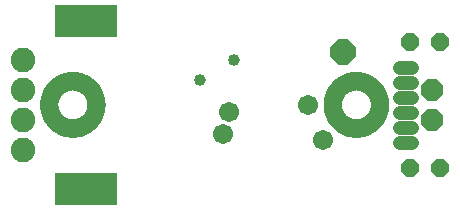
<source format=gbr>
G04 EAGLE Gerber RS-274X export*
G75*
%MOMM*%
%FSLAX34Y34*%
%LPD*%
%INSoldermask Top*%
%IPPOS*%
%AMOC8*
5,1,8,0,0,1.08239X$1,22.5*%
G01*
%ADD10C,1.500000*%
%ADD11C,1.211200*%
%ADD12R,5.283200X2.743200*%
%ADD13P,2.034460X8X112.500000*%
%ADD14C,2.082800*%
%ADD15P,1.649562X8X22.500000*%
%ADD16P,2.309387X8X292.500000*%
%ADD17C,1.703200*%
%ADD18C,1.009600*%


D10*
X40000Y85000D02*
X40006Y85491D01*
X40024Y85981D01*
X40054Y86471D01*
X40096Y86960D01*
X40150Y87448D01*
X40216Y87935D01*
X40294Y88419D01*
X40384Y88902D01*
X40486Y89382D01*
X40599Y89860D01*
X40724Y90334D01*
X40861Y90806D01*
X41009Y91274D01*
X41169Y91738D01*
X41340Y92198D01*
X41522Y92654D01*
X41716Y93105D01*
X41920Y93551D01*
X42136Y93992D01*
X42362Y94428D01*
X42598Y94858D01*
X42845Y95282D01*
X43103Y95700D01*
X43371Y96111D01*
X43648Y96516D01*
X43936Y96914D01*
X44233Y97305D01*
X44540Y97688D01*
X44856Y98063D01*
X45181Y98431D01*
X45515Y98791D01*
X45858Y99142D01*
X46209Y99485D01*
X46569Y99819D01*
X46937Y100144D01*
X47312Y100460D01*
X47695Y100767D01*
X48086Y101064D01*
X48484Y101352D01*
X48889Y101629D01*
X49300Y101897D01*
X49718Y102155D01*
X50142Y102402D01*
X50572Y102638D01*
X51008Y102864D01*
X51449Y103080D01*
X51895Y103284D01*
X52346Y103478D01*
X52802Y103660D01*
X53262Y103831D01*
X53726Y103991D01*
X54194Y104139D01*
X54666Y104276D01*
X55140Y104401D01*
X55618Y104514D01*
X56098Y104616D01*
X56581Y104706D01*
X57065Y104784D01*
X57552Y104850D01*
X58040Y104904D01*
X58529Y104946D01*
X59019Y104976D01*
X59509Y104994D01*
X60000Y105000D01*
X60491Y104994D01*
X60981Y104976D01*
X61471Y104946D01*
X61960Y104904D01*
X62448Y104850D01*
X62935Y104784D01*
X63419Y104706D01*
X63902Y104616D01*
X64382Y104514D01*
X64860Y104401D01*
X65334Y104276D01*
X65806Y104139D01*
X66274Y103991D01*
X66738Y103831D01*
X67198Y103660D01*
X67654Y103478D01*
X68105Y103284D01*
X68551Y103080D01*
X68992Y102864D01*
X69428Y102638D01*
X69858Y102402D01*
X70282Y102155D01*
X70700Y101897D01*
X71111Y101629D01*
X71516Y101352D01*
X71914Y101064D01*
X72305Y100767D01*
X72688Y100460D01*
X73063Y100144D01*
X73431Y99819D01*
X73791Y99485D01*
X74142Y99142D01*
X74485Y98791D01*
X74819Y98431D01*
X75144Y98063D01*
X75460Y97688D01*
X75767Y97305D01*
X76064Y96914D01*
X76352Y96516D01*
X76629Y96111D01*
X76897Y95700D01*
X77155Y95282D01*
X77402Y94858D01*
X77638Y94428D01*
X77864Y93992D01*
X78080Y93551D01*
X78284Y93105D01*
X78478Y92654D01*
X78660Y92198D01*
X78831Y91738D01*
X78991Y91274D01*
X79139Y90806D01*
X79276Y90334D01*
X79401Y89860D01*
X79514Y89382D01*
X79616Y88902D01*
X79706Y88419D01*
X79784Y87935D01*
X79850Y87448D01*
X79904Y86960D01*
X79946Y86471D01*
X79976Y85981D01*
X79994Y85491D01*
X80000Y85000D01*
X79994Y84509D01*
X79976Y84019D01*
X79946Y83529D01*
X79904Y83040D01*
X79850Y82552D01*
X79784Y82065D01*
X79706Y81581D01*
X79616Y81098D01*
X79514Y80618D01*
X79401Y80140D01*
X79276Y79666D01*
X79139Y79194D01*
X78991Y78726D01*
X78831Y78262D01*
X78660Y77802D01*
X78478Y77346D01*
X78284Y76895D01*
X78080Y76449D01*
X77864Y76008D01*
X77638Y75572D01*
X77402Y75142D01*
X77155Y74718D01*
X76897Y74300D01*
X76629Y73889D01*
X76352Y73484D01*
X76064Y73086D01*
X75767Y72695D01*
X75460Y72312D01*
X75144Y71937D01*
X74819Y71569D01*
X74485Y71209D01*
X74142Y70858D01*
X73791Y70515D01*
X73431Y70181D01*
X73063Y69856D01*
X72688Y69540D01*
X72305Y69233D01*
X71914Y68936D01*
X71516Y68648D01*
X71111Y68371D01*
X70700Y68103D01*
X70282Y67845D01*
X69858Y67598D01*
X69428Y67362D01*
X68992Y67136D01*
X68551Y66920D01*
X68105Y66716D01*
X67654Y66522D01*
X67198Y66340D01*
X66738Y66169D01*
X66274Y66009D01*
X65806Y65861D01*
X65334Y65724D01*
X64860Y65599D01*
X64382Y65486D01*
X63902Y65384D01*
X63419Y65294D01*
X62935Y65216D01*
X62448Y65150D01*
X61960Y65096D01*
X61471Y65054D01*
X60981Y65024D01*
X60491Y65006D01*
X60000Y65000D01*
X59509Y65006D01*
X59019Y65024D01*
X58529Y65054D01*
X58040Y65096D01*
X57552Y65150D01*
X57065Y65216D01*
X56581Y65294D01*
X56098Y65384D01*
X55618Y65486D01*
X55140Y65599D01*
X54666Y65724D01*
X54194Y65861D01*
X53726Y66009D01*
X53262Y66169D01*
X52802Y66340D01*
X52346Y66522D01*
X51895Y66716D01*
X51449Y66920D01*
X51008Y67136D01*
X50572Y67362D01*
X50142Y67598D01*
X49718Y67845D01*
X49300Y68103D01*
X48889Y68371D01*
X48484Y68648D01*
X48086Y68936D01*
X47695Y69233D01*
X47312Y69540D01*
X46937Y69856D01*
X46569Y70181D01*
X46209Y70515D01*
X45858Y70858D01*
X45515Y71209D01*
X45181Y71569D01*
X44856Y71937D01*
X44540Y72312D01*
X44233Y72695D01*
X43936Y73086D01*
X43648Y73484D01*
X43371Y73889D01*
X43103Y74300D01*
X42845Y74718D01*
X42598Y75142D01*
X42362Y75572D01*
X42136Y76008D01*
X41920Y76449D01*
X41716Y76895D01*
X41522Y77346D01*
X41340Y77802D01*
X41169Y78262D01*
X41009Y78726D01*
X40861Y79194D01*
X40724Y79666D01*
X40599Y80140D01*
X40486Y80618D01*
X40384Y81098D01*
X40294Y81581D01*
X40216Y82065D01*
X40150Y82552D01*
X40096Y83040D01*
X40054Y83529D01*
X40024Y84019D01*
X40006Y84509D01*
X40000Y85000D01*
X280000Y85000D02*
X280006Y85491D01*
X280024Y85981D01*
X280054Y86471D01*
X280096Y86960D01*
X280150Y87448D01*
X280216Y87935D01*
X280294Y88419D01*
X280384Y88902D01*
X280486Y89382D01*
X280599Y89860D01*
X280724Y90334D01*
X280861Y90806D01*
X281009Y91274D01*
X281169Y91738D01*
X281340Y92198D01*
X281522Y92654D01*
X281716Y93105D01*
X281920Y93551D01*
X282136Y93992D01*
X282362Y94428D01*
X282598Y94858D01*
X282845Y95282D01*
X283103Y95700D01*
X283371Y96111D01*
X283648Y96516D01*
X283936Y96914D01*
X284233Y97305D01*
X284540Y97688D01*
X284856Y98063D01*
X285181Y98431D01*
X285515Y98791D01*
X285858Y99142D01*
X286209Y99485D01*
X286569Y99819D01*
X286937Y100144D01*
X287312Y100460D01*
X287695Y100767D01*
X288086Y101064D01*
X288484Y101352D01*
X288889Y101629D01*
X289300Y101897D01*
X289718Y102155D01*
X290142Y102402D01*
X290572Y102638D01*
X291008Y102864D01*
X291449Y103080D01*
X291895Y103284D01*
X292346Y103478D01*
X292802Y103660D01*
X293262Y103831D01*
X293726Y103991D01*
X294194Y104139D01*
X294666Y104276D01*
X295140Y104401D01*
X295618Y104514D01*
X296098Y104616D01*
X296581Y104706D01*
X297065Y104784D01*
X297552Y104850D01*
X298040Y104904D01*
X298529Y104946D01*
X299019Y104976D01*
X299509Y104994D01*
X300000Y105000D01*
X300491Y104994D01*
X300981Y104976D01*
X301471Y104946D01*
X301960Y104904D01*
X302448Y104850D01*
X302935Y104784D01*
X303419Y104706D01*
X303902Y104616D01*
X304382Y104514D01*
X304860Y104401D01*
X305334Y104276D01*
X305806Y104139D01*
X306274Y103991D01*
X306738Y103831D01*
X307198Y103660D01*
X307654Y103478D01*
X308105Y103284D01*
X308551Y103080D01*
X308992Y102864D01*
X309428Y102638D01*
X309858Y102402D01*
X310282Y102155D01*
X310700Y101897D01*
X311111Y101629D01*
X311516Y101352D01*
X311914Y101064D01*
X312305Y100767D01*
X312688Y100460D01*
X313063Y100144D01*
X313431Y99819D01*
X313791Y99485D01*
X314142Y99142D01*
X314485Y98791D01*
X314819Y98431D01*
X315144Y98063D01*
X315460Y97688D01*
X315767Y97305D01*
X316064Y96914D01*
X316352Y96516D01*
X316629Y96111D01*
X316897Y95700D01*
X317155Y95282D01*
X317402Y94858D01*
X317638Y94428D01*
X317864Y93992D01*
X318080Y93551D01*
X318284Y93105D01*
X318478Y92654D01*
X318660Y92198D01*
X318831Y91738D01*
X318991Y91274D01*
X319139Y90806D01*
X319276Y90334D01*
X319401Y89860D01*
X319514Y89382D01*
X319616Y88902D01*
X319706Y88419D01*
X319784Y87935D01*
X319850Y87448D01*
X319904Y86960D01*
X319946Y86471D01*
X319976Y85981D01*
X319994Y85491D01*
X320000Y85000D01*
X319994Y84509D01*
X319976Y84019D01*
X319946Y83529D01*
X319904Y83040D01*
X319850Y82552D01*
X319784Y82065D01*
X319706Y81581D01*
X319616Y81098D01*
X319514Y80618D01*
X319401Y80140D01*
X319276Y79666D01*
X319139Y79194D01*
X318991Y78726D01*
X318831Y78262D01*
X318660Y77802D01*
X318478Y77346D01*
X318284Y76895D01*
X318080Y76449D01*
X317864Y76008D01*
X317638Y75572D01*
X317402Y75142D01*
X317155Y74718D01*
X316897Y74300D01*
X316629Y73889D01*
X316352Y73484D01*
X316064Y73086D01*
X315767Y72695D01*
X315460Y72312D01*
X315144Y71937D01*
X314819Y71569D01*
X314485Y71209D01*
X314142Y70858D01*
X313791Y70515D01*
X313431Y70181D01*
X313063Y69856D01*
X312688Y69540D01*
X312305Y69233D01*
X311914Y68936D01*
X311516Y68648D01*
X311111Y68371D01*
X310700Y68103D01*
X310282Y67845D01*
X309858Y67598D01*
X309428Y67362D01*
X308992Y67136D01*
X308551Y66920D01*
X308105Y66716D01*
X307654Y66522D01*
X307198Y66340D01*
X306738Y66169D01*
X306274Y66009D01*
X305806Y65861D01*
X305334Y65724D01*
X304860Y65599D01*
X304382Y65486D01*
X303902Y65384D01*
X303419Y65294D01*
X302935Y65216D01*
X302448Y65150D01*
X301960Y65096D01*
X301471Y65054D01*
X300981Y65024D01*
X300491Y65006D01*
X300000Y65000D01*
X299509Y65006D01*
X299019Y65024D01*
X298529Y65054D01*
X298040Y65096D01*
X297552Y65150D01*
X297065Y65216D01*
X296581Y65294D01*
X296098Y65384D01*
X295618Y65486D01*
X295140Y65599D01*
X294666Y65724D01*
X294194Y65861D01*
X293726Y66009D01*
X293262Y66169D01*
X292802Y66340D01*
X292346Y66522D01*
X291895Y66716D01*
X291449Y66920D01*
X291008Y67136D01*
X290572Y67362D01*
X290142Y67598D01*
X289718Y67845D01*
X289300Y68103D01*
X288889Y68371D01*
X288484Y68648D01*
X288086Y68936D01*
X287695Y69233D01*
X287312Y69540D01*
X286937Y69856D01*
X286569Y70181D01*
X286209Y70515D01*
X285858Y70858D01*
X285515Y71209D01*
X285181Y71569D01*
X284856Y71937D01*
X284540Y72312D01*
X284233Y72695D01*
X283936Y73086D01*
X283648Y73484D01*
X283371Y73889D01*
X283103Y74300D01*
X282845Y74718D01*
X282598Y75142D01*
X282362Y75572D01*
X282136Y76008D01*
X281920Y76449D01*
X281716Y76895D01*
X281522Y77346D01*
X281340Y77802D01*
X281169Y78262D01*
X281009Y78726D01*
X280861Y79194D01*
X280724Y79666D01*
X280599Y80140D01*
X280486Y80618D01*
X280384Y81098D01*
X280294Y81581D01*
X280216Y82065D01*
X280150Y82552D01*
X280096Y83040D01*
X280054Y83529D01*
X280024Y84019D01*
X280006Y84509D01*
X280000Y85000D01*
D11*
X337060Y52450D02*
X347140Y52450D01*
X347140Y65150D02*
X337060Y65150D01*
X337060Y77850D02*
X347140Y77850D01*
X347140Y90550D02*
X337060Y90550D01*
X337060Y103250D02*
X347140Y103250D01*
X347140Y115950D02*
X337060Y115950D01*
D12*
X71000Y14000D03*
X71000Y156000D03*
D13*
X364000Y72300D03*
X364000Y97700D03*
D14*
X18000Y123000D03*
X18000Y97600D03*
X18000Y72200D03*
X18000Y46800D03*
D15*
X345300Y138000D03*
X370700Y138000D03*
X345300Y32000D03*
X370700Y32000D03*
D16*
X289000Y130000D03*
D17*
X272000Y55150D03*
X187000Y60000D03*
X259000Y85000D03*
X192000Y79000D03*
D18*
X168000Y106000D03*
X196000Y123000D03*
M02*

</source>
